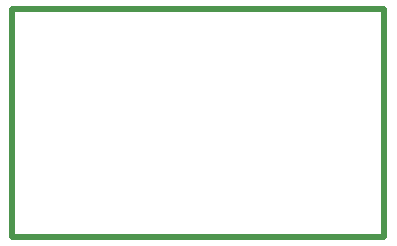
<source format=gko>
G04*
G04 #@! TF.GenerationSoftware,Altium Limited,Altium Designer,23.10.1 (27)*
G04*
G04 Layer_Color=16711935*
%FSLAX44Y44*%
%MOMM*%
G71*
G04*
G04 #@! TF.SameCoordinates,C98114AB-1D72-469A-8513-8E5B1E3D2C2F*
G04*
G04*
G04 #@! TF.FilePolarity,Positive*
G04*
G01*
G75*
%ADD31C,0.5080*%
D31*
X0Y193040D02*
X314960D01*
Y0D02*
Y193040D01*
X0Y0D02*
Y193040D01*
Y0D02*
X314960D01*
M02*

</source>
